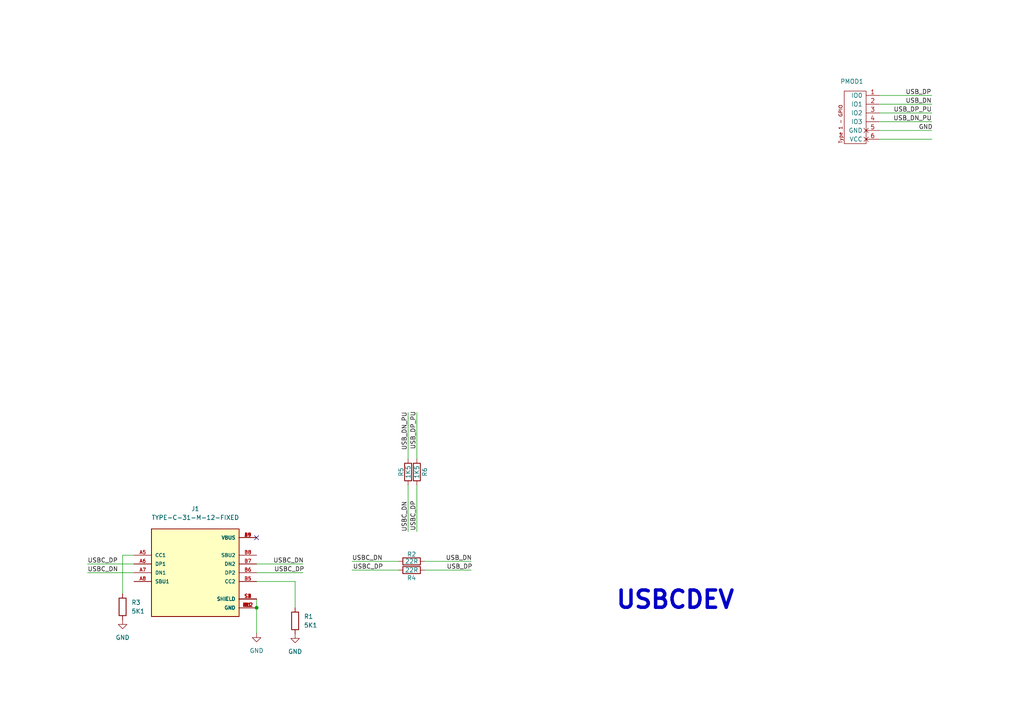
<source format=kicad_sch>
(kicad_sch (version 20211123) (generator eeschema)
  (paper "A4")
  (title_block (title "USB-C Pmod Compatible Module") (date "2023-09-25") (rev "V0") (company "Copyright © 2023 Lone Dynamics Corporation"))
  (lib_symbols
    (symbol "Device:R" (pin_numbers hide) (pin_names (offset 0))
      (property "Reference" "R" (at 2.032 0 90))
      (property "Value" "R" (at 0 0 90))
      (symbol "R_0_1"
        (rectangle (start -1.016 -2.54) (end 1.016 2.54) (stroke (width 0.254)))
      )
      (symbol "R_1_1"
        (pin passive line (at 0 3.81 270) (length 1.27) (name "~") (number "1"))
        (pin passive line (at 0 -3.81 90) (length 1.27) (name "~") (number "2"))
      )
    )
    (symbol "ld-usbc:TYPE-C-31-M-12-FIXED" (pin_names (offset 1.016))
      (property "Reference" "J1" (at 0 17.78 0))
      (property "Value" "TYPE-C-31-M-12-FIXED" (at 0 15.24 0))
      (symbol "TYPE-C-31-M-12-FIXED_0_0"
        (rectangle (start -12.7 -12.7) (end 12.7 12.7) (stroke (width 0.254)) (fill (type background)))
        (pin power_in line (at 17.78 -10.16 180) (length 5.08) (name "GND") (number "A1"))
        (pin power_in line (at 17.78 -10.16 180) (length 5.08) (name "GND") (number "A12"))
        (pin power_in line (at 17.78 10.16 180) (length 5.08) (name "VBUS") (number "A4"))
        (pin bidirectional line (at -17.78 5.08 0) (length 5.08) (name "CC1") (number "A5"))
        (pin bidirectional line (at -17.78 2.54 0) (length 5.08) (name "DP1") (number "A6"))
        (pin bidirectional line (at -17.78 0 0) (length 5.08) (name "DN1") (number "A7"))
        (pin bidirectional line (at -17.78 -2.54 0) (length 5.08) (name "SBU1") (number "A8"))
        (pin power_in line (at 17.78 10.16 180) (length 5.08) (name "VBUS") (number "A9"))
        (pin power_in line (at 17.78 -10.16 180) (length 5.08) (name "GND") (number "B1"))
        (pin power_in line (at 17.78 -10.16 180) (length 5.08) (name "GND") (number "B12"))
        (pin power_in line (at 17.78 10.16 180) (length 5.08) (name "VBUS") (number "B4"))
        (pin bidirectional line (at 17.78 -2.54 180) (length 5.08) (name "CC2") (number "B5"))
        (pin bidirectional line (at 17.78 0 180) (length 5.08) (name "DP2") (number "B6"))
        (pin bidirectional line (at 17.78 2.54 180) (length 5.08) (name "DN2") (number "B7"))
        (pin bidirectional line (at 17.78 5.08 180) (length 5.08) (name "SBU2") (number "B8"))
        (pin power_in line (at 17.78 10.16 180) (length 5.08) (name "VBUS") (number "B9"))
        (pin passive line (at 17.78 -7.62 180) (length 5.08) (name "SHIELD") (number "S1"))
        (pin passive line (at 17.78 -7.62 180) (length 5.08) (name "SHIELD") (number "S2"))
        (pin passive line (at 17.78 -7.62 180) (length 5.08) (name "SHIELD") (number "S3"))
        (pin passive line (at 17.78 -7.62 180) (length 5.08) (name "SHIELD") (number "S4"))
      )
    )
    (symbol "pmod:PMOD-Device-x1-Type-1-GPIO" (pin_names (offset 1.016))
      (property "Reference" "PMOD" (at -3.302 -1.27 0))
      (symbol "PMOD-Device-x1-Type-1-GPIO_0_0"
        (text "Type 1 - GPIO" (at -7.366 0 900) (effects (font (size 0.9906 0.9906)) (justify left)))
      )
      (symbol "PMOD-Device-x1-Type-1-GPIO_0_1"
        (rectangle (start 0 15.24) (end -6.35 0))
      )
      (symbol "PMOD-Device-x1-Type-1-GPIO_1_1"
        (pin bidirectional line (at 3.81 13.97 180) (length 3.81) (name "IO0") (number "1"))
        (pin bidirectional line (at 3.81 11.43 180) (length 3.81) (name "IO1") (number "2"))
        (pin bidirectional line (at 3.81 8.89 180) (length 3.81) (name "IO2") (number "3"))
        (pin bidirectional line (at 3.81 6.35 180) (length 3.81) (name "IO3") (number "4"))
        (pin power_out non_logic (at 3.81 3.81 180) (length 3.81) (name "GND") (number "5"))
        (pin power_out non_logic (at 3.81 1.27 180) (length 3.81) (name "VCC") (number "6"))
      )
    )
    (symbol "power:GND" (power) (pin_names (offset 0))
      (property "Value" "GND" (at 0 -3.81 0))
      (symbol "GND_0_1"
        (polyline (pts (xy 0 0) (xy 0 -1.27) (xy 1.27 -1.27) (xy 0 -2.54) (xy -1.27 -1.27) (xy 0 -1.27)))
      )
      (symbol "GND_1_1"
        (pin power_in line (at 0 0 270) (length 0) hide (name "GND") (number "1"))
      )
    )
  )
  (junction (at 74.422 176.276))
  (no_connect (at 74.422 155.956))
  (wire (pts (xy 74.422 173.736) (xy 74.422 176.276)))
  (wire (pts (xy 270.256 40.386) (xy 255.016 40.386)))
  (wire (pts (xy 123.19 162.814) (xy 136.652 162.814)))
  (wire (pts (xy 25.4 166.116) (xy 38.862 166.116)))
  (wire (pts (xy 270.256 27.686) (xy 255.016 27.686)))
  (wire (pts (xy 74.422 166.116) (xy 87.884 166.116)))
  (wire (pts (xy 74.422 168.656) (xy 85.598 168.656)))
  (wire (pts (xy 35.56 161.036) (xy 35.56 172.212)))
  (wire (pts (xy 74.422 176.276) (xy 74.422 183.642)))
  (wire (pts (xy 102.108 165.354) (xy 115.57 165.354)))
  (wire (pts (xy 270.256 37.846) (xy 255.016 37.846)))
  (wire (pts (xy 102.108 162.814) (xy 115.57 162.814)))
  (wire (pts (xy 270.256 35.306) (xy 255.016 35.306)))
  (wire (pts (xy 25.4 163.576) (xy 38.862 163.576)))
  (wire (pts (xy 123.19 165.354) (xy 136.652 165.354)))
  (wire (pts (xy 270.256 32.766) (xy 255.016 32.766)))
  (wire (pts (xy 270.256 30.226) (xy 255.016 30.226)))
  (wire (pts (xy 118.364 133.096) (xy 118.364 119.634)))
  (wire (pts (xy 118.364 154.178) (xy 118.364 140.716)))
  (wire (pts (xy 74.422 163.576) (xy 87.884 163.576)))
  (wire (pts (xy 85.598 168.656) (xy 85.598 176.276)))
  (wire (pts (xy 120.904 133.096) (xy 120.904 119.634)))
  (wire (pts (xy 120.904 154.178) (xy 120.904 140.716)))
  (wire (pts (xy 38.862 161.036) (xy 35.56 161.036)))
  (text "USBCDEV" (at 178.308 177.038 0) (effects (font (size 5 5) (thickness 1) bold) (justify left bottom)))
  (label "USBC_DP" (at 102.362 165.354 0))
  (label "USB_DP" (at 129.54 165.354 0))
  (label "USB_DN_PU" (at 270.256 35.306 180))
  (label "USB_DP_PU" (at 270.256 32.766 180))
  (label "USBC_DP" (at 79.502 166.116 0))
  (label "USBC_DP" (at 120.904 153.924 90))
  (label "USBC_DN" (at 102.108 162.814 0))
  (label "USB_DN_PU" (at 118.364 130.556 90))
  (label "USB_DN" (at 129.286 162.814 0))
  (label "USBC_DP" (at 25.4 163.576 0))
  (label "USBC_DN" (at 79.248 163.576 0))
  (label "USB_DP" (at 262.636 27.686 0))
  (label "USBC_DN" (at 25.4 166.116 0))
  (label "USB_DP_PU" (at 120.904 130.302 90))
  (label "USB_DN" (at 262.636 30.226 0))
  (label "GND" (at 266.446 37.846 0))
  (label "USBC_DN" (at 118.364 154.178 90))
  (symbol (lib_id "Device:R") (at 118.364 136.906 180) (unit 1)
    (property "Reference" "R5" (at 116.332 136.906 90))
    (property "Value" "1K5" (at 118.364 136.906 90))
    (property "Footprint" "Resistor_SMD:R_0603_1608Metric" (effects hide))
  )
  (symbol (lib_id "Device:R") (at 120.904 136.906 180) (unit 1)
    (property "Reference" "R6" (at 123.19 136.906 90))
    (property "Value" "1K5" (at 120.904 136.906 90))
    (property "Footprint" "Resistor_SMD:R_0603_1608Metric" (effects hide))
  )
  (symbol (lib_id "Device:R") (at 119.38 162.814 90) (unit 1)
    (property "Reference" "R2" (at 119.38 160.782 90))
    (property "Value" "22R" (at 119.38 162.814 90))
    (property "Footprint" "Resistor_SMD:R_0603_1608Metric" (effects hide))
  )
  (symbol (lib_id "ld-usbc:TYPE-C-31-M-12-FIXED") (at 56.642 166.116 0) (unit 1)
    (property "Reference" "J1" (at 56.642 147.574 0))
    (property "Value" "TYPE-C-31-M-12-FIXED" (at 56.642 150.114 0))
    (property "Footprint" "LD-CONNECTORS:USB_C_Receptacle_HRO_TYPE-C-31-M-12-BIG-PADS" (effects hide))
    (property "MAXIMUM_PACKAGE_HEIGHT" "3.31mm" (effects hide))
    (property "MANUFACTURER" "HRO Electronics" (effects hide))
    (property "PARTREV" "A" (effects hide))
    (property "STANDARD" "Manufacturer Recommendations" (effects hide))
  )
  (symbol (lib_id "pmod:PMOD-Device-x1-Type-1-GPIO") (at 251.206 41.656 0) (unit 1)
    (property "Reference" "PMOD1" (at 247.0778 23.622 0))
    (property "Value" "PMOD-Device-x1-Type-1-GPIO" (effects hide))
    (property "Footprint" "Connector_PinHeader_2.54mm:PinHeader_1x06_P2.54mm_Horizontal" (effects hide))
  )
  (symbol (lib_id "power:GND") (at 35.56 179.832 0) (unit 1)
    (property "Reference" "#PWR01" (effects hide))
    (property "Value" "GND" (at 35.56 184.912 0))
  )
  (symbol (lib_id "Device:R") (at 85.598 180.086 0) (unit 1)
    (property "Reference" "R1" (at 88.138 178.8159 0) (effects (justify left)))
    (property "Value" "5K1" (at 88.138 181.3559 0) (effects (justify left)))
    (property "Footprint" "Resistor_SMD:R_0603_1608Metric" (effects hide))
  )
  (symbol (lib_id "Device:R") (at 119.38 165.354 90) (unit 1)
    (property "Reference" "R4" (at 119.38 167.64 90))
    (property "Value" "22R" (at 119.38 165.354 90))
    (property "Footprint" "Resistor_SMD:R_0603_1608Metric" (effects hide))
  )
  (symbol (lib_id "Device:R") (at 35.56 176.022 0) (unit 1)
    (property "Reference" "R3" (at 38.1 174.7519 0) (effects (justify left)))
    (property "Value" "5K1" (at 38.1 177.2919 0) (effects (justify left)))
    (property "Footprint" "Resistor_SMD:R_0603_1608Metric" (effects hide))
  )
  (symbol (lib_id "power:GND") (at 74.422 183.642 0) (unit 1)
    (property "Reference" "#PWR06" (effects hide))
    (property "Value" "GND" (at 74.422 188.722 0))
  )
  (symbol (lib_id "power:GND") (at 85.598 183.896 0) (unit 1)
    (property "Reference" "#PWR08" (effects hide))
    (property "Value" "GND" (at 85.598 188.976 0))
  )
)
</source>
